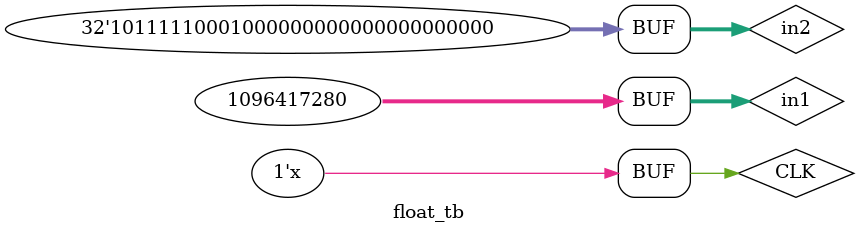
<source format=v>

`timescale 1ns/10ps

module float_tb();

reg CLK;
reg [31:0] in1;
reg [31:0] in2;
wire [31:0] out;

initial begin
    CLK = 1'b0;
    in1 = 32'b01000001010110100000000000000000;
    in2 = 32'b10111110001000000000000000000000;
    end

// clock period = 100
always begin
    #20
    CLK = ~CLK;
end


// Module Under Test

float_multiply finst ( .clk(CLK), .IN1(in1), .IN2(in2), .OUT(out) );

endmodule

</source>
